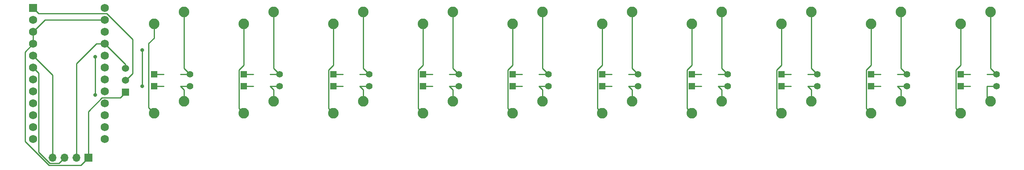
<source format=gbr>
G04 #@! TF.GenerationSoftware,KiCad,Pcbnew,5.1.12-1.fc33*
G04 #@! TF.CreationDate,2022-01-04T15:39:25-05:00*
G04 #@! TF.ProjectId,crisco,63726973-636f-42e6-9b69-6361645f7063,rev?*
G04 #@! TF.SameCoordinates,Original*
G04 #@! TF.FileFunction,Copper,L2,Bot*
G04 #@! TF.FilePolarity,Positive*
%FSLAX46Y46*%
G04 Gerber Fmt 4.6, Leading zero omitted, Abs format (unit mm)*
G04 Created by KiCad (PCBNEW 5.1.12-1.fc33) date 2022-01-04 15:39:25*
%MOMM*%
%LPD*%
G01*
G04 APERTURE LIST*
G04 #@! TA.AperFunction,ComponentPad*
%ADD10C,2.250000*%
G04 #@! TD*
G04 #@! TA.AperFunction,ComponentPad*
%ADD11R,1.397000X1.397000*%
G04 #@! TD*
G04 #@! TA.AperFunction,ComponentPad*
%ADD12C,1.397000*%
G04 #@! TD*
G04 #@! TA.AperFunction,ComponentPad*
%ADD13O,1.700000X1.700000*%
G04 #@! TD*
G04 #@! TA.AperFunction,ComponentPad*
%ADD14R,1.700000X1.700000*%
G04 #@! TD*
G04 #@! TA.AperFunction,ComponentPad*
%ADD15R,1.752600X1.752600*%
G04 #@! TD*
G04 #@! TA.AperFunction,ComponentPad*
%ADD16C,1.752600*%
G04 #@! TD*
G04 #@! TA.AperFunction,ComponentPad*
%ADD17R,1.524000X1.524000*%
G04 #@! TD*
G04 #@! TA.AperFunction,ComponentPad*
%ADD18C,1.524000*%
G04 #@! TD*
G04 #@! TA.AperFunction,ViaPad*
%ADD19C,0.800000*%
G04 #@! TD*
G04 #@! TA.AperFunction,Conductor*
%ADD20C,0.250000*%
G04 #@! TD*
G04 #@! TA.AperFunction,Conductor*
%ADD21C,0.500000*%
G04 #@! TD*
G04 APERTURE END LIST*
D10*
X67945000Y-94615000D03*
X74295000Y-92075000D03*
D11*
X106045000Y-86360000D03*
D12*
X113665000Y-86360000D03*
D11*
X48895000Y-86360000D03*
D12*
X56515000Y-86360000D03*
D11*
X67945000Y-86360000D03*
D12*
X75565000Y-86360000D03*
D11*
X86995000Y-86360000D03*
D12*
X94615000Y-86360000D03*
D11*
X48895000Y-88900000D03*
D12*
X56515000Y-88900000D03*
D11*
X67945000Y-88900000D03*
D12*
X75565000Y-88900000D03*
D11*
X86995000Y-88900000D03*
D12*
X94615000Y-88900000D03*
D11*
X106045000Y-88900000D03*
D12*
X113665000Y-88900000D03*
D11*
X220345000Y-86360000D03*
D12*
X227965000Y-86360000D03*
D11*
X220345000Y-88900000D03*
D12*
X227965000Y-88900000D03*
D11*
X201295000Y-88900000D03*
D12*
X208915000Y-88900000D03*
D11*
X182245000Y-88900000D03*
D12*
X189865000Y-88900000D03*
D11*
X163195000Y-88900000D03*
D12*
X170815000Y-88900000D03*
D11*
X144145000Y-88900000D03*
D12*
X151765000Y-88900000D03*
D11*
X125095000Y-88900000D03*
D12*
X132715000Y-88900000D03*
D11*
X201295000Y-86360000D03*
D12*
X208915000Y-86360000D03*
D11*
X182245000Y-86360000D03*
D12*
X189865000Y-86360000D03*
D11*
X163195000Y-86360000D03*
D12*
X170815000Y-86360000D03*
D11*
X144145000Y-86360000D03*
D12*
X151765000Y-86360000D03*
D11*
X125095000Y-86360000D03*
D12*
X132715000Y-86360000D03*
D13*
X27305000Y-104140000D03*
X29845000Y-104140000D03*
X32385000Y-104140000D03*
D14*
X34925000Y-104140000D03*
D15*
X23177500Y-72231250D03*
D16*
X23177500Y-74771250D03*
X23177500Y-77311250D03*
X23177500Y-79851250D03*
X23177500Y-82391250D03*
X23177500Y-84931250D03*
X23177500Y-87471250D03*
X23177500Y-90011250D03*
X23177500Y-92551250D03*
X23177500Y-95091250D03*
X23177500Y-97631250D03*
X38417500Y-100171250D03*
X38417500Y-97631250D03*
X38417500Y-95091250D03*
X38417500Y-92551250D03*
X38417500Y-90011250D03*
X38417500Y-87471250D03*
X38417500Y-84931250D03*
X38417500Y-82391250D03*
X38417500Y-79851250D03*
X38417500Y-77311250D03*
X38417500Y-74771250D03*
X23177500Y-100171250D03*
X38417500Y-72231250D03*
D10*
X226695000Y-92075000D03*
X220345000Y-94615000D03*
X207645000Y-92075000D03*
X201295000Y-94615000D03*
X188595000Y-92075000D03*
X182245000Y-94615000D03*
X169545000Y-92075000D03*
X163195000Y-94615000D03*
X150495000Y-92075000D03*
X144145000Y-94615000D03*
X131445000Y-92075000D03*
X125095000Y-94615000D03*
X112395000Y-92075000D03*
X106045000Y-94615000D03*
X226695000Y-73025000D03*
X220345000Y-75565000D03*
X207645000Y-73025000D03*
X201295000Y-75565000D03*
X188595000Y-73025000D03*
X182245000Y-75565000D03*
X169545000Y-73025000D03*
X163195000Y-75565000D03*
X150495000Y-73025000D03*
X144145000Y-75565000D03*
X131445000Y-73025000D03*
X125095000Y-75565000D03*
X112395000Y-73025000D03*
X106045000Y-75565000D03*
X55245000Y-92075000D03*
X48895000Y-94615000D03*
X48895000Y-75565000D03*
X55245000Y-73025000D03*
X74295000Y-73025000D03*
X67945000Y-75565000D03*
X86995000Y-75565000D03*
X93345000Y-73025000D03*
X93345000Y-92075000D03*
X86995000Y-94615000D03*
D17*
X42799000Y-90170000D03*
D18*
X42799000Y-87630000D03*
X42799000Y-85090000D03*
D19*
X46355000Y-88900000D03*
X46355000Y-81153000D03*
X36353824Y-82645176D03*
X36353824Y-90773176D03*
D20*
X55245000Y-85090000D02*
X56515000Y-86360000D01*
X55245000Y-73025000D02*
X55245000Y-85090000D01*
X54480000Y-86360000D02*
X56515000Y-86360000D01*
X222380000Y-86360000D02*
X220345000Y-86360000D01*
X201295000Y-86360000D02*
X203330000Y-86360000D01*
X184280000Y-86360000D02*
X182245000Y-86360000D01*
X165230000Y-86360000D02*
X163195000Y-86360000D01*
X144145000Y-86360000D02*
X146180000Y-86360000D01*
X127130000Y-86360000D02*
X125095000Y-86360000D01*
X108080000Y-86360000D02*
X106045000Y-86360000D01*
X89030000Y-86360000D02*
X86995000Y-86360000D01*
X69980000Y-86360000D02*
X67945000Y-86360000D01*
X50930000Y-86360000D02*
X48895000Y-86360000D01*
X74295000Y-85090000D02*
X75565000Y-86360000D01*
X74295000Y-73025000D02*
X74295000Y-85090000D01*
X73530000Y-86360000D02*
X75565000Y-86360000D01*
X93345000Y-85090000D02*
X94615000Y-86360000D01*
X93345000Y-73025000D02*
X93345000Y-85090000D01*
X92580000Y-86360000D02*
X94615000Y-86360000D01*
X220345000Y-88900000D02*
X222380000Y-88900000D01*
X203330000Y-88900000D02*
X201295000Y-88900000D01*
X182245000Y-88900000D02*
X184280000Y-88900000D01*
X163195000Y-88900000D02*
X165230000Y-88900000D01*
X146180000Y-88900000D02*
X144145000Y-88900000D01*
X125095000Y-88900000D02*
X127130000Y-88900000D01*
X106045000Y-88900000D02*
X108080000Y-88900000D01*
X86995000Y-88900000D02*
X89030000Y-88900000D01*
X67945000Y-88900000D02*
X69980000Y-88900000D01*
X48895000Y-88900000D02*
X50930000Y-88900000D01*
X46355000Y-88900000D02*
X46355000Y-81153000D01*
X46355000Y-81153000D02*
X46355000Y-81153000D01*
X36353824Y-82645176D02*
X36353824Y-90773176D01*
X36353824Y-90773176D02*
X36353824Y-90773176D01*
X112395000Y-85090000D02*
X113665000Y-86360000D01*
X112395000Y-73025000D02*
X112395000Y-85090000D01*
X111630000Y-86360000D02*
X113665000Y-86360000D01*
X131445000Y-85090000D02*
X132715000Y-86360000D01*
X131445000Y-73025000D02*
X131445000Y-85090000D01*
X130680000Y-86360000D02*
X132715000Y-86360000D01*
X150495000Y-85090000D02*
X151765000Y-86360000D01*
X150495000Y-73025000D02*
X150495000Y-85090000D01*
X149730000Y-86360000D02*
X151765000Y-86360000D01*
X25717500Y-74771250D02*
X23177500Y-77311250D01*
X38417500Y-74771250D02*
X25717500Y-74771250D01*
X23177500Y-77311250D02*
X23177500Y-79851250D01*
X34925000Y-94265824D02*
X34925000Y-104140000D01*
X37840875Y-91349949D02*
X34925000Y-94265824D01*
X41682551Y-91349949D02*
X37840875Y-91349949D01*
X42703750Y-90328750D02*
X41682551Y-91349949D01*
X26554598Y-105765010D02*
X21463000Y-100673412D01*
X21463000Y-81565750D02*
X23177500Y-79851250D01*
X21463000Y-100673412D02*
X21463000Y-81565750D01*
X33299990Y-105765010D02*
X26554598Y-105765010D01*
X34925000Y-104140000D02*
X33299990Y-105765010D01*
X24378801Y-73432551D02*
X23177500Y-72231250D01*
X44323000Y-78898824D02*
X38856727Y-73432551D01*
X44323000Y-86169500D02*
X44323000Y-78898824D01*
X38856727Y-73432551D02*
X24378801Y-73432551D01*
X42703750Y-87788750D02*
X44323000Y-86169500D01*
X32385000Y-84074000D02*
X32385000Y-104140000D01*
X36607750Y-79851250D02*
X32385000Y-84074000D01*
X38417500Y-79851250D02*
X36607750Y-79851250D01*
X42799000Y-85153500D02*
X42703750Y-85248750D01*
X42799000Y-84232750D02*
X42799000Y-85153500D01*
X38417500Y-79851250D02*
X42799000Y-84232750D01*
X47770001Y-93490001D02*
X48895000Y-94615000D01*
X47770001Y-79736001D02*
X47770001Y-93490001D01*
X48895000Y-78611002D02*
X47770001Y-79736001D01*
X48895000Y-75565000D02*
X48895000Y-78611002D01*
D21*
X67468750Y-75723750D02*
X67523751Y-75778751D01*
D20*
X66921499Y-93591499D02*
X67945000Y-94615000D01*
X66921499Y-85401499D02*
X66921499Y-93591499D01*
X67945000Y-84377998D02*
X66921499Y-85401499D01*
X67945000Y-75565000D02*
X67945000Y-84377998D01*
D21*
X86518750Y-75723750D02*
X86573751Y-75778751D01*
D20*
X85971499Y-93591499D02*
X86995000Y-94615000D01*
X85971499Y-85401499D02*
X85971499Y-93591499D01*
X86995000Y-84377998D02*
X85971499Y-85401499D01*
X86995000Y-75565000D02*
X86995000Y-84377998D01*
X169545000Y-85090000D02*
X170815000Y-86360000D01*
X169545000Y-73025000D02*
X169545000Y-85090000D01*
X170815000Y-86360000D02*
X168780000Y-86360000D01*
X188595000Y-85090000D02*
X189865000Y-86360000D01*
X188595000Y-73025000D02*
X188595000Y-85090000D01*
X187830000Y-86360000D02*
X189865000Y-86360000D01*
X207645000Y-85090000D02*
X208915000Y-86360000D01*
X207645000Y-73025000D02*
X207645000Y-85090000D01*
X206880000Y-86360000D02*
X208915000Y-86360000D01*
X225930000Y-86360000D02*
X227965000Y-86360000D01*
X226695000Y-85090000D02*
X227965000Y-86360000D01*
X226695000Y-73025000D02*
X226695000Y-85090000D01*
X55245000Y-89665000D02*
X54480000Y-88900000D01*
X55245000Y-92075000D02*
X55245000Y-89665000D01*
X56515000Y-88900000D02*
X54480000Y-88900000D01*
X74295000Y-89665000D02*
X73530000Y-88900000D01*
X74295000Y-92075000D02*
X74295000Y-89665000D01*
X73530000Y-88900000D02*
X75565000Y-88900000D01*
X93345000Y-89665000D02*
X92580000Y-88900000D01*
X93345000Y-92075000D02*
X93345000Y-89665000D01*
X92580000Y-88900000D02*
X94615000Y-88900000D01*
X112395000Y-89665000D02*
X111630000Y-88900000D01*
X112395000Y-92075000D02*
X112395000Y-89665000D01*
X111630000Y-88900000D02*
X113665000Y-88900000D01*
X131445000Y-89665000D02*
X130680000Y-88900000D01*
X131445000Y-92075000D02*
X131445000Y-89665000D01*
X132715000Y-88900000D02*
X130680000Y-88900000D01*
X150495000Y-89665000D02*
X149730000Y-88900000D01*
X150495000Y-92075000D02*
X150495000Y-89665000D01*
X151765000Y-88900000D02*
X149730000Y-88900000D01*
X169545000Y-89665000D02*
X168780000Y-88900000D01*
X169545000Y-92075000D02*
X169545000Y-89665000D01*
X168780000Y-88900000D02*
X170815000Y-88900000D01*
X188595000Y-89665000D02*
X187830000Y-88900000D01*
X188595000Y-92075000D02*
X188595000Y-89665000D01*
X189865000Y-88900000D02*
X187830000Y-88900000D01*
X207645000Y-89665000D02*
X206880000Y-88900000D01*
X207645000Y-92075000D02*
X207645000Y-89665000D01*
X208915000Y-88900000D02*
X206880000Y-88900000D01*
X225930000Y-88900000D02*
X227965000Y-88900000D01*
X225930000Y-91310000D02*
X226695000Y-92075000D01*
X225930000Y-88900000D02*
X225930000Y-91310000D01*
X105021499Y-85401499D02*
X105021499Y-93591499D01*
X105021499Y-93591499D02*
X106045000Y-94615000D01*
X106045000Y-84377998D02*
X105021499Y-85401499D01*
X106045000Y-75565000D02*
X106045000Y-84377998D01*
X125095000Y-84377998D02*
X124071499Y-85401499D01*
X124071499Y-93591499D02*
X125095000Y-94615000D01*
X124071499Y-85401499D02*
X124071499Y-93591499D01*
X125095000Y-75565000D02*
X125095000Y-84377998D01*
X143121499Y-93591499D02*
X144145000Y-94615000D01*
X143121499Y-85401499D02*
X143121499Y-93591499D01*
X144145000Y-84377998D02*
X143121499Y-85401499D01*
X144145000Y-75565000D02*
X144145000Y-84377998D01*
X162171499Y-93591499D02*
X163195000Y-94615000D01*
X162171499Y-85401499D02*
X162171499Y-93591499D01*
X163195000Y-84377998D02*
X162171499Y-85401499D01*
X163195000Y-75565000D02*
X163195000Y-84377998D01*
X181221499Y-93591499D02*
X182245000Y-94615000D01*
X181221499Y-85401499D02*
X181221499Y-93591499D01*
X182245000Y-84377998D02*
X181221499Y-85401499D01*
X182245000Y-75565000D02*
X182245000Y-84377998D01*
X200271499Y-93591499D02*
X201295000Y-94615000D01*
X200271499Y-85401499D02*
X200271499Y-93591499D01*
X201295000Y-84377998D02*
X200271499Y-85401499D01*
X201295000Y-75565000D02*
X201295000Y-84377998D01*
X219321499Y-93591499D02*
X220345000Y-94615000D01*
X219321499Y-85401499D02*
X219321499Y-93591499D01*
X220345000Y-84377998D02*
X219321499Y-85401499D01*
X220345000Y-75565000D02*
X220345000Y-84377998D01*
X27305000Y-86518750D02*
X23177500Y-82391250D01*
X27305000Y-104140000D02*
X27305000Y-86518750D01*
X24378801Y-86132551D02*
X23177500Y-84931250D01*
X26740999Y-105315001D02*
X24378801Y-102952803D01*
X24378801Y-102952803D02*
X24378801Y-86132551D01*
X28669999Y-105315001D02*
X26740999Y-105315001D01*
X29845000Y-104140000D02*
X28669999Y-105315001D01*
D21*
X38417500Y-77311250D02*
X38100000Y-77311250D01*
M02*

</source>
